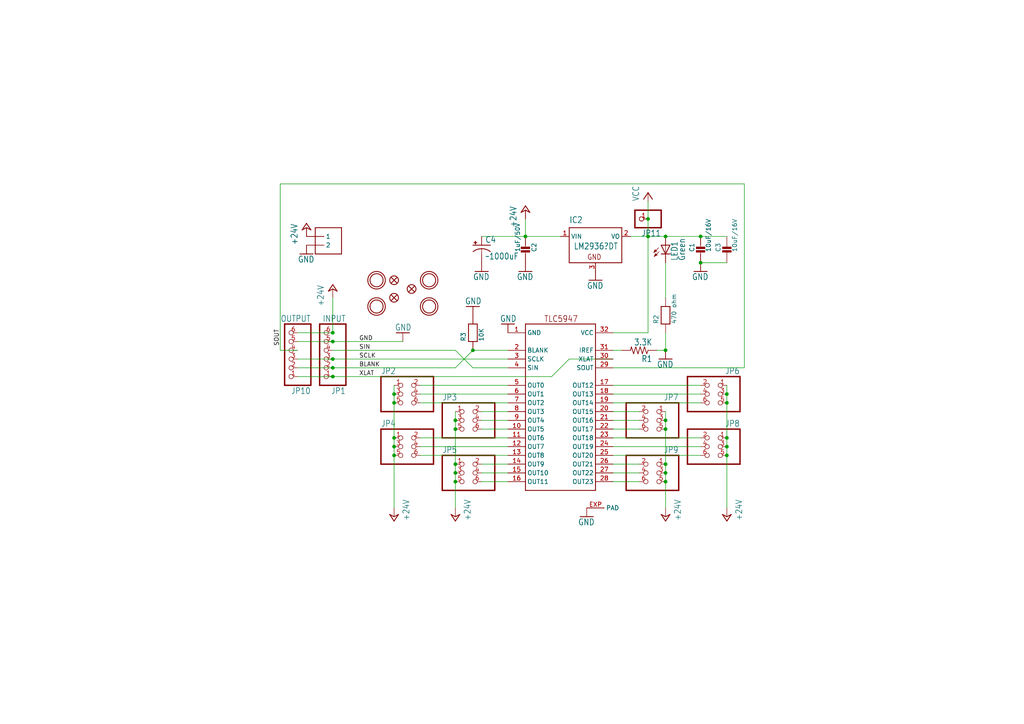
<source format=kicad_sch>
(kicad_sch (version 20230121) (generator eeschema)
  (paper "A4")
  (lib_symbols
    (symbol "working-eagle-import:+24V" (power)
      (property "Value" "+24V" (at -2.54 -5.08 90))
      (symbol "+24V_1_0"
        (polyline (pts (xy 0 0) (xy -1.27 -0.635)) (stroke (width 0.254)))
        (polyline (pts (xy 0 1.27) (xy -1.27 -0.635)) (stroke (width 0.254)))
        (polyline (pts (xy 1.27 -0.635) (xy 0 0)) (stroke (width 0.254)))
        (polyline (pts (xy 1.27 -0.635) (xy 0 1.27)) (stroke (width 0.254)))
        (pin power_in line (at 0 -2.54 90) (length 2.54) (name "+24V") (number "1"))
      )
    )
    (symbol "working-eagle-import:1X2-3.5MM"
      (symbol "1X2-3.5MM_1_0"
        (polyline (pts (xy -2.54 -2.54) (xy 5.08 -2.54)) (stroke (width 0.254)))
        (polyline (pts (xy -2.54 5.08) (xy -2.54 -2.54)) (stroke (width 0.254)))
        (polyline (pts (xy 5.08 -2.54) (xy 5.08 5.08)) (stroke (width 0.254)))
        (polyline (pts (xy 5.08 5.08) (xy -2.54 5.08)) (stroke (width 0.254)))
        (pin passive line (at -5.08 2.54 0) (length 5.08) (name "1") (number "1"))
        (pin passive line (at -5.08 0 0) (length 5.08) (name "2") (number "2"))
      )
    )
    (symbol "working-eagle-import:CAP_CERAMIC0805"
      (property "Reference" "C" (at -1.79 0.54 90))
      (symbol "CAP_CERAMIC0805_1_0"
        (rectangle (start -1.27 0.508) (end 1.27 1.016) (fill (type outline)))
        (rectangle (start -1.27 1.524) (end 1.27 2.032) (fill (type outline)))
        (polyline (pts (xy 0 0.762) (xy 0 0)) (stroke (width 0.1524)))
        (polyline (pts (xy 0 2.54) (xy 0 1.778)) (stroke (width 0.1524)))
        (pin passive line (at 0 5.08 270) (length 2.54) (name "P$1") (number "1"))
        (pin passive line (at 0 -2.54 90) (length 2.54) (name "P$2") (number "2"))
      )
    )
    (symbol "working-eagle-import:CPOL-USE3.5-8"
      (property "Reference" "C" (at 1.016 0.635 0))
      (symbol "CPOL-USE3.5-8_1_0"
        (rectangle (start -2.253 0.668) (end -1.364 0.795) (fill (type outline)))
        (rectangle (start -1.872 0.287) (end -1.745 1.176) (fill (type outline)))
        (arc (start 0 -1.0161) (mid -1.3021 -1.2303) (end -2.4669 -1.8504) (stroke (width 0.254)))
        (polyline (pts (xy -2.54 0) (xy 2.54 0)) (stroke (width 0.254)))
        (polyline (pts (xy 0 -1.016) (xy 0 -2.54)) (stroke (width 0.1524)))
        (arc (start 2.4892 -1.8541) (mid 1.3158 -1.2194) (end 0 -1) (stroke (width 0.254)))
        (pin passive line (at 0 2.54 270) (length 2.54) (name "+") (number "+"))
        (pin passive line (at 0 -5.08 90) (length 2.54) (name "-") (number "-"))
      )
    )
    (symbol "working-eagle-import:FIDUCIAL{dblquote}{dblquote}"
      (symbol "FIDUCIAL{dblquote}{dblquote}_1_0"
        (polyline (pts (xy -0.762 0.762) (xy 0.762 -0.762)) (stroke (width 0.254)))
        (polyline (pts (xy 0.762 0.762) (xy -0.762 -0.762)) (stroke (width 0.254)))
        (circle (center 0 0) (radius 1.27) (stroke (width 0.254)))
      )
    )
    (symbol "working-eagle-import:FLIPFLOP-RES"
      (property "Reference" "R" (at -3.81 1.4986 0))
      (symbol "FLIPFLOP-RES_1_0"
        (polyline (pts (xy -2.54 0) (xy -2.159 1.016)) (stroke (width 0.2032)))
        (polyline (pts (xy -2.159 1.016) (xy -1.524 -1.016)) (stroke (width 0.2032)))
        (polyline (pts (xy -1.524 -1.016) (xy -0.889 1.016)) (stroke (width 0.2032)))
        (polyline (pts (xy -0.889 1.016) (xy -0.254 -1.016)) (stroke (width 0.2032)))
        (polyline (pts (xy -0.254 -1.016) (xy 0.381 1.016)) (stroke (width 0.2032)))
        (polyline (pts (xy 0.381 1.016) (xy 1.016 -1.016)) (stroke (width 0.2032)))
        (polyline (pts (xy 1.016 -1.016) (xy 1.651 1.016)) (stroke (width 0.2032)))
        (polyline (pts (xy 1.651 1.016) (xy 2.286 -1.016)) (stroke (width 0.2032)))
        (polyline (pts (xy 2.286 -1.016) (xy 2.54 0)) (stroke (width 0.2032)))
        (pin passive line (at -5.08 0 0) (length 2.54) (name "1") (number "1"))
        (pin passive line (at 5.08 0 180) (length 2.54) (name "2") (number "2"))
      )
    )
    (symbol "working-eagle-import:GND" (power)
      (property "Value" "GND" (at -2.54 -2.54 0))
      (symbol "GND_1_0"
        (polyline (pts (xy -1.905 0) (xy 1.905 0)) (stroke (width 0.254)))
        (pin power_in line (at 0 2.54 270) (length 2.54) (name "GND") (number "1"))
      )
    )
    (symbol "working-eagle-import:HEADER-2X3"
      (property "Reference" "JP" (at -8.89 5.715 0))
      (symbol "HEADER-2X3_1_0"
        (polyline (pts (xy -8.89 -5.08) (xy 6.35 -5.08)) (stroke (width 0.4064)))
        (polyline (pts (xy -8.89 5.08) (xy -8.89 -5.08)) (stroke (width 0.4064)))
        (polyline (pts (xy 6.35 -5.08) (xy 6.35 5.08)) (stroke (width 0.4064)))
        (polyline (pts (xy 6.35 5.08) (xy -8.89 5.08)) (stroke (width 0.4064)))
        (pin passive inverted (at -5.08 2.54 0) (length 2.54) (name "1") (number "1"))
        (pin passive inverted (at 2.54 2.54 180) (length 2.54) (name "2") (number "2"))
        (pin passive inverted (at -5.08 0 0) (length 2.54) (name "3") (number "3"))
        (pin passive inverted (at 2.54 0 180) (length 2.54) (name "4") (number "4"))
        (pin passive inverted (at -5.08 -2.54 0) (length 2.54) (name "5") (number "5"))
        (pin passive inverted (at 2.54 -2.54 180) (length 2.54) (name "6") (number "6"))
      )
    )
    (symbol "working-eagle-import:LEDCHIP-LED0805"
      (property "Reference" "LED" (at 3.556 -4.572 90))
      (symbol "LEDCHIP-LED0805_1_0"
        (polyline (pts (xy -2.032 -0.762) (xy -3.429 -2.159)) (stroke (width 0.1524)))
        (polyline (pts (xy -1.905 -1.905) (xy -3.302 -3.302)) (stroke (width 0.1524)))
        (polyline (pts (xy 0 -2.54) (xy -1.27 -2.54)) (stroke (width 0.254)))
        (polyline (pts (xy 0 -2.54) (xy -1.27 0)) (stroke (width 0.254)))
        (polyline (pts (xy 0 0) (xy -1.27 0)) (stroke (width 0.254)))
        (polyline (pts (xy 0 0) (xy 0 -2.54)) (stroke (width 0.1524)))
        (polyline (pts (xy 1.27 -2.54) (xy 0 -2.54)) (stroke (width 0.254)))
        (polyline (pts (xy 1.27 0) (xy 0 -2.54)) (stroke (width 0.254)))
        (polyline (pts (xy 1.27 0) (xy 0 0)) (stroke (width 0.254)))
        (polyline (pts (xy -3.429 -2.159) (xy -3.048 -1.27) (xy -2.54 -1.778)) (stroke (width 0.1524)) (fill (type outline)))
        (polyline (pts (xy -3.302 -3.302) (xy -2.921 -2.413) (xy -2.413 -2.921)) (stroke (width 0.1524)) (fill (type outline)))
        (pin passive line (at 0 2.54 270) (length 2.54) (name "A") (number "A"))
        (pin passive line (at 0 -5.08 90) (length 2.54) (name "C") (number "C"))
      )
    )
    (symbol "working-eagle-import:LM2936?DT"
      (property "Reference" "IC" (at -7.62 6.35 0))
      (symbol "LM2936?DT_1_0"
        (polyline (pts (xy -7.62 -5.08) (xy -7.62 5.08)) (stroke (width 0.254)))
        (polyline (pts (xy -7.62 5.08) (xy 7.62 5.08)) (stroke (width 0.254)))
        (polyline (pts (xy 7.62 -5.08) (xy -7.62 -5.08)) (stroke (width 0.254)))
        (polyline (pts (xy 7.62 5.08) (xy 7.62 -5.08)) (stroke (width 0.254)))
        (text "GND" (at -2.413 -4.318 0) (effects (font (size 1.524 1.2954)) (justify left bottom)))
        (pin input line (at -10.16 2.54 0) (length 2.54) (name "VIN") (number "1"))
        (pin passive line (at 10.16 2.54 180) (length 2.54) (name "VO") (number "2"))
        (pin passive line (at 0 -7.62 90) (length 2.54) (name "GND") (number "3"))
      )
    )
    (symbol "working-eagle-import:MOUNTINGHOLE2.5"
      (symbol "MOUNTINGHOLE2.5_1_0"
        (circle (center 0 0) (radius 1.905) (stroke (width 0.254)))
        (circle (center 0 0) (radius 2.54) (stroke (width 0.254)))
      )
    )
    (symbol "working-eagle-import:PINHD-1X1CB"
      (property "Reference" "JP" (at -6.35 3.175 0))
      (symbol "PINHD-1X1CB_1_0"
        (polyline (pts (xy -6.35 -2.54) (xy 1.27 -2.54)) (stroke (width 0.4064)))
        (polyline (pts (xy -6.35 2.54) (xy -6.35 -2.54)) (stroke (width 0.4064)))
        (polyline (pts (xy 1.27 -2.54) (xy 1.27 2.54)) (stroke (width 0.4064)))
        (polyline (pts (xy 1.27 2.54) (xy -6.35 2.54)) (stroke (width 0.4064)))
        (pin passive inverted (at -2.54 0 0) (length 2.54) (name "1") (number "1"))
      )
    )
    (symbol "working-eagle-import:PINHD-1X6CB"
      (property "Reference" "JP" (at -6.35 10.795 0))
      (symbol "PINHD-1X6CB_1_0"
        (polyline (pts (xy -6.35 -7.62) (xy 1.27 -7.62)) (stroke (width 0.4064)))
        (polyline (pts (xy -6.35 10.16) (xy -6.35 -7.62)) (stroke (width 0.4064)))
        (polyline (pts (xy 1.27 -7.62) (xy 1.27 10.16)) (stroke (width 0.4064)))
        (polyline (pts (xy 1.27 10.16) (xy -6.35 10.16)) (stroke (width 0.4064)))
        (pin passive inverted (at -2.54 7.62 0) (length 2.54) (name "1") (number "1"))
        (pin passive inverted (at -2.54 5.08 0) (length 2.54) (name "2") (number "2"))
        (pin passive inverted (at -2.54 2.54 0) (length 2.54) (name "3") (number "3"))
        (pin passive inverted (at -2.54 0 0) (length 2.54) (name "4") (number "4"))
        (pin passive inverted (at -2.54 -2.54 0) (length 2.54) (name "5") (number "5"))
        (pin passive inverted (at -2.54 -5.08 0) (length 2.54) (name "6") (number "6"))
      )
    )
    (symbol "working-eagle-import:RESISTOR0805"
      (property "Reference" "R" (at -2.54 2.032 0))
      (symbol "RESISTOR0805_1_0"
        (polyline (pts (xy -2.54 -1.27) (xy -2.54 1.27)) (stroke (width 0.254)))
        (polyline (pts (xy -2.54 1.27) (xy 2.54 1.27)) (stroke (width 0.254)))
        (polyline (pts (xy 2.54 -1.27) (xy -2.54 -1.27)) (stroke (width 0.254)))
        (polyline (pts (xy 2.54 1.27) (xy 2.54 -1.27)) (stroke (width 0.254)))
        (pin passive line (at -5.08 0 0) (length 2.54) (name "1") (number "1"))
        (pin passive line (at 5.08 0 180) (length 2.54) (name "2") (number "2"))
      )
    )
    (symbol "working-eagle-import:TLC5947-DAP"
      (symbol "TLC5947-DAP_1_0"
        (polyline (pts (xy -10.16 -25.4) (xy -10.16 22.86)) (stroke (width 0.254)))
        (polyline (pts (xy -10.16 22.86) (xy 10.16 22.86)) (stroke (width 0.254)))
        (polyline (pts (xy 10.16 -25.4) (xy -10.16 -25.4)) (stroke (width 0.254)))
        (polyline (pts (xy 10.16 22.86) (xy 10.16 -25.4)) (stroke (width 0.254)))
        (text "TLC5947" (at 5.08 25.4 0) (effects (font (size 1.778 1.5113)) (justify right top)))
        (pin power_in line (at -15.24 20.32 0) (length 5.08) (name "GND") (number "1"))
        (pin open_collector line (at -15.24 -7.62 0) (length 5.08) (name "OUT5") (number "10"))
        (pin open_collector line (at -15.24 -10.16 0) (length 5.08) (name "OUT6") (number "11"))
        (pin open_collector line (at -15.24 -12.7 0) (length 5.08) (name "OUT7") (number "12"))
        (pin open_collector line (at -15.24 -15.24 0) (length 5.08) (name "OUT8") (number "13"))
        (pin open_collector line (at -15.24 -17.78 0) (length 5.08) (name "OUT9") (number "14"))
        (pin open_collector line (at -15.24 -20.32 0) (length 5.08) (name "OUT10") (number "15"))
        (pin open_collector line (at -15.24 -22.86 0) (length 5.08) (name "OUT11") (number "16"))
        (pin open_collector line (at 15.24 5.08 180) (length 5.08) (name "OUT12") (number "17"))
        (pin open_collector line (at 15.24 2.54 180) (length 5.08) (name "OUT13") (number "18"))
        (pin open_collector line (at 15.24 0 180) (length 5.08) (name "OUT14") (number "19"))
        (pin input line (at -15.24 15.24 0) (length 5.08) (name "BLANK") (number "2"))
        (pin open_collector line (at 15.24 -2.54 180) (length 5.08) (name "OUT15") (number "20"))
        (pin open_collector line (at 15.24 -5.08 180) (length 5.08) (name "OUT16") (number "21"))
        (pin open_collector line (at 15.24 -7.62 180) (length 5.08) (name "OUT17") (number "22"))
        (pin open_collector line (at 15.24 -10.16 180) (length 5.08) (name "OUT18") (number "23"))
        (pin open_collector line (at 15.24 -12.7 180) (length 5.08) (name "OUT19") (number "24"))
        (pin open_collector line (at 15.24 -15.24 180) (length 5.08) (name "OUT20") (number "25"))
        (pin open_collector line (at 15.24 -17.78 180) (length 5.08) (name "OUT21") (number "26"))
        (pin open_collector line (at 15.24 -20.32 180) (length 5.08) (name "OUT22") (number "27"))
        (pin open_collector line (at 15.24 -22.86 180) (length 5.08) (name "OUT23") (number "28"))
        (pin output line (at 15.24 10.16 180) (length 5.08) (name "SOUT") (number "29"))
        (pin input line (at -15.24 12.7 0) (length 5.08) (name "SCLK") (number "3"))
        (pin input line (at 15.24 12.7 180) (length 5.08) (name "XLAT") (number "30"))
        (pin bidirectional line (at 15.24 15.24 180) (length 5.08) (name "IREF") (number "31"))
        (pin power_in line (at 15.24 20.32 180) (length 5.08) (name "VCC") (number "32"))
        (pin input line (at -15.24 10.16 0) (length 5.08) (name "SIN") (number "4"))
        (pin open_collector line (at -15.24 5.08 0) (length 5.08) (name "OUT0") (number "5"))
        (pin open_collector line (at -15.24 2.54 0) (length 5.08) (name "OUT1") (number "6"))
        (pin open_collector line (at -15.24 0 0) (length 5.08) (name "OUT2") (number "7"))
        (pin open_collector line (at -15.24 -2.54 0) (length 5.08) (name "OUT3") (number "8"))
        (pin open_collector line (at -15.24 -5.08 0) (length 5.08) (name "OUT4") (number "9"))
      )
      (symbol "TLC5947-DAP_2_0"
        (pin passive line (at -5.08 0 0) (length 5.08) (name "PAD") (number "EXP"))
      )
    )
    (symbol "working-eagle-import:VCC" (power)
      (property "Value" "VCC" (at -2.54 -2.54 90))
      (symbol "VCC_1_0"
        (polyline (pts (xy 0 0) (xy -1.27 -1.905)) (stroke (width 0.254)))
        (polyline (pts (xy 1.27 -1.905) (xy 0 0)) (stroke (width 0.254)))
        (pin power_in line (at 0 -2.54 90) (length 2.54) (name "VCC") (number "1"))
      )
    )
  )
  (junction (at 96.52 106.68))
  (junction (at 114.3 132.08))
  (junction (at 96.52 96.52))
  (junction (at 137.16 101.6))
  (junction (at 210.82 114.3))
  (junction (at 193.04 137.16))
  (junction (at 210.82 127))
  (junction (at 114.3 116.84))
  (junction (at 203.2 68.58))
  (junction (at 96.52 104.14))
  (junction (at 96.52 109.22))
  (junction (at 132.08 139.7))
  (junction (at 193.04 139.7))
  (junction (at 132.08 134.62))
  (junction (at 210.82 132.08))
  (junction (at 114.3 129.54))
  (junction (at 193.04 121.92))
  (junction (at 96.52 99.06))
  (junction (at 193.04 101.6))
  (junction (at 132.08 137.16))
  (junction (at 132.08 121.92))
  (junction (at 193.04 124.46))
  (junction (at 187.96 63.5))
  (junction (at 210.82 129.54))
  (junction (at 193.04 68.58))
  (junction (at 132.08 124.46))
  (junction (at 210.82 116.84))
  (junction (at 203.2 76.2))
  (junction (at 152.4 68.58))
  (junction (at 193.04 134.62))
  (junction (at 187.96 68.58))
  (junction (at 114.3 127))
  (junction (at 114.3 114.3))
  (wire (pts (xy 139.7 124.46) (xy 147.32 124.46)) (stroke (width 0.1524)))
  (wire (pts (xy 193.04 124.46) (xy 193.04 121.92)) (stroke (width 0.1524)))
  (wire (pts (xy 193.04 121.92) (xy 193.04 119.38)) (stroke (width 0.1524)))
  (wire (pts (xy 210.82 127) (xy 210.82 129.54)) (stroke (width 0.1524)))
  (wire (pts (xy 185.42 134.62) (xy 177.8 134.62)) (stroke (width 0.1524)))
  (wire (pts (xy 193.04 147.32) (xy 193.04 139.7)) (stroke (width 0.1524)))
  (wire (pts (xy 139.7 68.58) (xy 152.4 68.58)) (stroke (width 0.1524)))
  (wire (pts (xy 193.04 76.2) (xy 193.04 86.36)) (stroke (width 0.1524)))
  (wire (pts (xy 86.36 101.6) (xy 81.28 101.6)) (stroke (width 0.1524)))
  (wire (pts (xy 185.42 139.7) (xy 177.8 139.7)) (stroke (width 0.1524)))
  (wire (pts (xy 147.32 106.68) (xy 137.16 106.68)) (stroke (width 0.1524)))
  (wire (pts (xy 203.2 76.2) (xy 210.82 76.2)) (stroke (width 0.1524)))
  (wire (pts (xy 114.3 132.08) (xy 114.3 147.32)) (stroke (width 0.1524)))
  (wire (pts (xy 132.08 106.68) (xy 137.16 101.6)) (stroke (width 0.1524)))
  (wire (pts (xy 132.08 121.92) (xy 132.08 124.46)) (stroke (width 0.1524)))
  (wire (pts (xy 137.16 101.6) (xy 147.32 101.6)) (stroke (width 0.1524)))
  (wire (pts (xy 177.8 101.6) (xy 180.34 101.6)) (stroke (width 0.1524)))
  (wire (pts (xy 187.96 96.52) (xy 187.96 68.58)) (stroke (width 0.1524)))
  (wire (pts (xy 187.96 68.58) (xy 193.04 68.58)) (stroke (width 0.1524)))
  (wire (pts (xy 177.8 106.68) (xy 215.9 106.68)) (stroke (width 0.1524)))
  (wire (pts (xy 96.52 99.06) (xy 116.84 99.06)) (stroke (width 0.1524)))
  (wire (pts (xy 96.52 104.14) (xy 86.36 104.14)) (stroke (width 0.1524)))
  (wire (pts (xy 160.02 109.22) (xy 165.1 104.14)) (stroke (width 0.1524)))
  (wire (pts (xy 139.7 139.7) (xy 147.32 139.7)) (stroke (width 0.1524)))
  (wire (pts (xy 132.08 101.6) (xy 96.52 101.6)) (stroke (width 0.1524)))
  (wire (pts (xy 177.8 96.52) (xy 187.96 96.52)) (stroke (width 0.1524)))
  (wire (pts (xy 187.96 68.58) (xy 182.88 68.58)) (stroke (width 0.1524)))
  (wire (pts (xy 185.42 119.38) (xy 177.8 119.38)) (stroke (width 0.1524)))
  (wire (pts (xy 152.4 68.58) (xy 162.56 68.58)) (stroke (width 0.1524)))
  (wire (pts (xy 96.52 86.36) (xy 96.52 96.52)) (stroke (width 0.1524)))
  (wire (pts (xy 132.08 139.7) (xy 132.08 147.32)) (stroke (width 0.1524)))
  (wire (pts (xy 203.2 111.76) (xy 177.8 111.76)) (stroke (width 0.1524)))
  (wire (pts (xy 203.2 68.58) (xy 210.82 68.58)) (stroke (width 0.1524)))
  (wire (pts (xy 132.08 119.38) (xy 132.08 121.92)) (stroke (width 0.1524)))
  (wire (pts (xy 215.9 106.68) (xy 215.9 53.34)) (stroke (width 0.1524)))
  (wire (pts (xy 96.52 106.68) (xy 86.36 106.68)) (stroke (width 0.1524)))
  (wire (pts (xy 139.7 119.38) (xy 147.32 119.38)) (stroke (width 0.1524)))
  (wire (pts (xy 210.82 111.76) (xy 210.82 114.3)) (stroke (width 0.1524)))
  (wire (pts (xy 147.32 104.14) (xy 96.52 104.14)) (stroke (width 0.1524)))
  (wire (pts (xy 203.2 114.3) (xy 177.8 114.3)) (stroke (width 0.1524)))
  (wire (pts (xy 114.3 116.84) (xy 114.3 127)) (stroke (width 0.1524)))
  (wire (pts (xy 114.3 111.76) (xy 114.3 114.3)) (stroke (width 0.1524)))
  (wire (pts (xy 203.2 132.08) (xy 177.8 132.08)) (stroke (width 0.1524)))
  (wire (pts (xy 193.04 101.6) (xy 190.5 101.6)) (stroke (width 0.1524)))
  (wire (pts (xy 86.36 99.06) (xy 96.52 99.06)) (stroke (width 0.1524)))
  (wire (pts (xy 121.92 129.54) (xy 147.32 129.54)) (stroke (width 0.1524)))
  (wire (pts (xy 132.08 137.16) (xy 132.08 139.7)) (stroke (width 0.1524)))
  (wire (pts (xy 193.04 68.58) (xy 203.2 68.58)) (stroke (width 0.1524)))
  (wire (pts (xy 137.16 106.68) (xy 132.08 101.6)) (stroke (width 0.1524)))
  (wire (pts (xy 152.4 63.5) (xy 152.4 68.58)) (stroke (width 0.1524)))
  (wire (pts (xy 139.7 137.16) (xy 147.32 137.16)) (stroke (width 0.1524)))
  (wire (pts (xy 121.92 127) (xy 147.32 127)) (stroke (width 0.1524)))
  (wire (pts (xy 193.04 137.16) (xy 193.04 134.62)) (stroke (width 0.1524)))
  (wire (pts (xy 121.92 116.84) (xy 147.32 116.84)) (stroke (width 0.1524)))
  (wire (pts (xy 121.92 114.3) (xy 147.32 114.3)) (stroke (width 0.1524)))
  (wire (pts (xy 210.82 116.84) (xy 210.82 127)) (stroke (width 0.1524)))
  (wire (pts (xy 210.82 129.54) (xy 210.82 132.08)) (stroke (width 0.1524)))
  (wire (pts (xy 132.08 134.62) (xy 132.08 137.16)) (stroke (width 0.1524)))
  (wire (pts (xy 114.3 114.3) (xy 114.3 116.84)) (stroke (width 0.1524)))
  (wire (pts (xy 185.42 124.46) (xy 177.8 124.46)) (stroke (width 0.1524)))
  (wire (pts (xy 210.82 132.08) (xy 210.82 147.32)) (stroke (width 0.1524)))
  (wire (pts (xy 187.96 58.42) (xy 187.96 63.5)) (stroke (width 0.1524)))
  (wire (pts (xy 185.42 121.92) (xy 177.8 121.92)) (stroke (width 0.1524)))
  (wire (pts (xy 165.1 104.14) (xy 177.8 104.14)) (stroke (width 0.1524)))
  (wire (pts (xy 132.08 124.46) (xy 132.08 134.62)) (stroke (width 0.1524)))
  (wire (pts (xy 193.04 96.52) (xy 193.04 101.6)) (stroke (width 0.1524)))
  (wire (pts (xy 187.96 63.5) (xy 187.96 68.58)) (stroke (width 0.1524)))
  (wire (pts (xy 114.3 127) (xy 114.3 129.54)) (stroke (width 0.1524)))
  (wire (pts (xy 121.92 132.08) (xy 147.32 132.08)) (stroke (width 0.1524)))
  (wire (pts (xy 139.7 134.62) (xy 147.32 134.62)) (stroke (width 0.1524)))
  (wire (pts (xy 203.2 127) (xy 177.8 127)) (stroke (width 0.1524)))
  (wire (pts (xy 114.3 129.54) (xy 114.3 132.08)) (stroke (width 0.1524)))
  (wire (pts (xy 210.82 114.3) (xy 210.82 116.84)) (stroke (width 0.1524)))
  (wire (pts (xy 203.2 116.84) (xy 177.8 116.84)) (stroke (width 0.1524)))
  (wire (pts (xy 86.36 109.22) (xy 96.52 109.22)) (stroke (width 0.1524)))
  (wire (pts (xy 185.42 137.16) (xy 177.8 137.16)) (stroke (width 0.1524)))
  (wire (pts (xy 121.92 111.76) (xy 147.32 111.76)) (stroke (width 0.1524)))
  (wire (pts (xy 193.04 134.62) (xy 193.04 124.46)) (stroke (width 0.1524)))
  (wire (pts (xy 193.04 139.7) (xy 193.04 137.16)) (stroke (width 0.1524)))
  (wire (pts (xy 81.28 53.34) (xy 81.28 101.6)) (stroke (width 0.1524)))
  (wire (pts (xy 96.52 106.68) (xy 132.08 106.68)) (stroke (width 0.1524)))
  (wire (pts (xy 139.7 121.92) (xy 147.32 121.92)) (stroke (width 0.1524)))
  (wire (pts (xy 86.36 96.52) (xy 96.52 96.52)) (stroke (width 0.1524)))
  (wire (pts (xy 215.9 53.34) (xy 81.28 53.34)) (stroke (width 0.1524)))
  (wire (pts (xy 96.52 109.22) (xy 160.02 109.22)) (stroke (width 0.1524)))
  (wire (pts (xy 203.2 129.54) (xy 177.8 129.54)) (stroke (width 0.1524)))
  (label "GND" (at 104.14 99.06 0) (effects (font (size 1.2446 1.2446))))
  (label "XLAT" (at 104.14 109.22 0) (effects (font (size 1.2446 1.2446))))
  (label "SOUT" (at 81.28 100.33 90) (effects (font (size 1.2446 1.2446))))
  (label "SIN" (at 104.14 101.6 0) (effects (font (size 1.2446 1.2446))))
  (label "BLANK" (at 104.14 106.68 0) (effects (font (size 1.2446 1.2446))))
  (label "SCLK" (at 104.14 104.14 0) (effects (font (size 1.2446 1.2446))))
  (symbol (lib_id "working-eagle-import:HEADER-2X3") (at 137.16 137.16 0) (unit 1)
    (property "Reference" "JP5" (at 128.27 131.445 0) (effects (font (size 1.778 1.5113)) (justify left bottom)))
    (property "Value" "HEADER-2X3" (effects hide))
    (property "Footprint" "working:2X03_ROUND_70MIL" (effects hide))
  )
  (symbol (lib_id "working-eagle-import:MOUNTINGHOLE2.5") (at 109.22 81.28 0) (unit 1)
    (property "Reference" "U$1" (effects hide))
    (property "Value" "MOUNTINGHOLE2.5" (effects hide))
    (property "Footprint" "working:MOUNTINGHOLE_2.5_PLATED" (effects hide))
  )
  (symbol (lib_id "working-eagle-import:TLC5947-DAP") (at 162.56 116.84 0) (unit 1)
    (property "Reference" "IC1" (effects hide))
    (property "Value" "TLC5947-DAP" (effects hide))
    (property "Footprint" "working:HTSSOP32DAP" (effects hide))
  )
  (symbol (lib_id "working-eagle-import:MOUNTINGHOLE2.5") (at 124.46 81.28 0) (unit 1)
    (property "Reference" "U$2" (effects hide))
    (property "Value" "MOUNTINGHOLE2.5" (effects hide))
    (property "Footprint" "working:MOUNTINGHOLE_2.5_PLATED" (effects hide))
  )
  (symbol (lib_id "working-eagle-import:+24V") (at 114.3 149.86 180) (unit 1)
    (property "Reference" "#P+4" (effects hide))
    (property "Value" "+24V" (at 116.84 144.78 90) (effects (font (size 1.778 1.5113)) (justify left bottom)))
  )
  (symbol (lib_id "working-eagle-import:HEADER-2X3") (at 187.96 137.16 0) (mirror y) (unit 1)
    (property "Reference" "JP9" (at 196.85 131.445 0) (effects (font (size 1.778 1.5113)) (justify left bottom)))
    (property "Value" "HEADER-2X3" (effects hide))
    (property "Footprint" "working:2X03_ROUND_70MIL" (effects hide))
  )
  (symbol (lib_id "working-eagle-import:HEADER-2X3") (at 205.74 129.54 0) (mirror y) (unit 1)
    (property "Reference" "JP8" (at 214.63 123.825 0) (effects (font (size 1.778 1.5113)) (justify left bottom)))
    (property "Value" "HEADER-2X3" (effects hide))
    (property "Footprint" "working:2X03_ROUND_70MIL" (effects hide))
  )
  (symbol (lib_id "working-eagle-import:+24V") (at 88.9 66.04 0) (unit 1)
    (property "Reference" "#P+8" (effects hide))
    (property "Value" "+24V" (at 86.36 71.12 90) (effects (font (size 1.778 1.5113)) (justify left bottom)))
  )
  (symbol (lib_id "working-eagle-import:+24V") (at 132.08 149.86 180) (unit 1)
    (property "Reference" "#P+3" (effects hide))
    (property "Value" "+24V" (at 134.62 144.78 90) (effects (font (size 1.778 1.5113)) (justify left bottom)))
  )
  (symbol (lib_id "working-eagle-import:+24V") (at 193.04 149.86 180) (unit 1)
    (property "Reference" "#P+2" (effects hide))
    (property "Value" "+24V" (at 195.58 144.78 90) (effects (font (size 1.778 1.5113)) (justify left bottom)))
  )
  (symbol (lib_id "working-eagle-import:GND") (at 137.16 88.9 180) (unit 1)
    (property "Reference" "#GND8" (effects hide))
    (property "Value" "GND" (at 139.7 86.36 0) (effects (font (size 1.778 1.5113)) (justify left bottom)))
  )
  (symbol (lib_id "working-eagle-import:PINHD-1X6CB") (at 83.82 101.6 180) (unit 1)
    (property "Reference" "JP10" (at 90.17 112.395 0) (effects (font (size 1.778 1.5113)) (justify left bottom)))
    (property "Value" "OUTPUT" (at 90.17 91.44 0) (effects (font (size 1.778 1.5113)) (justify left bottom)))
    (property "Footprint" "working:1X06-CLEANBIG" (effects hide))
  )
  (symbol (lib_id "working-eagle-import:LM2936?DT") (at 172.72 71.12 0) (unit 1)
    (property "Reference" "IC2" (at 165.1 64.77 0) (effects (font (size 1.778 1.5113)) (justify left bottom)))
    (property "Value" "LM2936?DT" (at 166.37 72.39 0) (effects (font (size 1.778 1.5113)) (justify left bottom)))
    (property "Footprint" "working:TO252" (effects hide))
  )
  (symbol (lib_id "working-eagle-import:+24V") (at 96.52 83.82 0) (unit 1)
    (property "Reference" "#P+6" (effects hide))
    (property "Value" "+24V" (at 93.98 88.9 90) (effects (font (size 1.778 1.5113)) (justify left bottom)))
  )
  (symbol (lib_id "working-eagle-import:PINHD-1X1CB") (at 185.42 63.5 180) (unit 1)
    (property "Reference" "JP11" (at 191.77 66.675 0) (effects (font (size 1.778 1.5113)) (justify left bottom)))
    (property "Value" "PINHD-1X1CB" (effects hide))
    (property "Footprint" "working:1X01-CLEANBIG" (effects hide))
  )
  (symbol (lib_id "working-eagle-import:HEADER-2X3") (at 119.38 129.54 0) (unit 1)
    (property "Reference" "JP4" (at 110.49 123.825 0) (effects (font (size 1.778 1.5113)) (justify left bottom)))
    (property "Value" "HEADER-2X3" (effects hide))
    (property "Footprint" "working:2X03_ROUND_70MIL" (effects hide))
  )
  (symbol (lib_id "working-eagle-import:GND") (at 170.18 149.86 0) (unit 1)
    (property "Reference" "#GND7" (effects hide))
    (property "Value" "GND" (at 167.64 152.4 0) (effects (font (size 1.778 1.5113)) (justify left bottom)))
  )
  (symbol (lib_id "working-eagle-import:GND") (at 139.7 78.74 0) (unit 1)
    (property "Reference" "#GND6" (effects hide))
    (property "Value" "GND" (at 137.16 81.28 0) (effects (font (size 1.778 1.5113)) (justify left bottom)))
  )
  (symbol (lib_id "working-eagle-import:FIDUCIAL{dblquote}{dblquote}") (at 114.3 86.36 0) (unit 1)
    (property "Reference" "FID2" (effects hide))
    (property "Value" "FIDUCIAL{dblquote}{dblquote}" (effects hide))
    (property "Footprint" "working:FIDUCIAL_1MM" (effects hide))
  )
  (symbol (lib_id "working-eagle-import:1X2-3.5MM") (at 93.98 71.12 0) (unit 1)
    (property "Reference" "J1" (effects hide))
    (property "Value" "1X2-3.5MM" (effects hide))
    (property "Footprint" "working:1X2-3.5MM" (effects hide))
  )
  (symbol (lib_id "working-eagle-import:GND") (at 88.9 73.66 0) (unit 1)
    (property "Reference" "#GND9" (effects hide))
    (property "Value" "GND" (at 86.36 76.2 0) (effects (font (size 1.778 1.5113)) (justify left bottom)))
  )
  (symbol (lib_id "working-eagle-import:GND") (at 193.04 104.14 0) (unit 1)
    (property "Reference" "#GND1" (effects hide))
    (property "Value" "GND" (at 190.5 106.68 0) (effects (font (size 1.778 1.5113)) (justify left bottom)))
  )
  (symbol (lib_id "working-eagle-import:HEADER-2X3") (at 205.74 114.3 0) (mirror y) (unit 1)
    (property "Reference" "JP6" (at 214.63 108.585 0) (effects (font (size 1.778 1.5113)) (justify left bottom)))
    (property "Value" "HEADER-2X3" (effects hide))
    (property "Footprint" "working:2X03_ROUND_70MIL" (effects hide))
  )
  (symbol (lib_id "working-eagle-import:CAP_CERAMIC0805") (at 203.2 73.66 0) (unit 1)
    (property "Reference" "C1" (at 201.41 73.12 90) (effects (justify left bottom)))
    (property "Value" "10uF/16V" (at 206.2 73.12 90) (effects (justify left bottom)))
    (property "Footprint" "working:0805" (effects hide))
  )
  (symbol (lib_id "working-eagle-import:GND") (at 152.4 78.74 0) (unit 1)
    (property "Reference" "#GND4" (effects hide))
    (property "Value" "GND" (at 149.86 81.28 0) (effects (font (size 1.778 1.5113)) (justify left bottom)))
  )
  (symbol (lib_id "working-eagle-import:+24V") (at 210.82 149.86 180) (unit 1)
    (property "Reference" "#P+5" (effects hide))
    (property "Value" "+24V" (at 213.36 144.78 90) (effects (font (size 1.778 1.5113)) (justify left bottom)))
  )
  (symbol (lib_id "working-eagle-import:MOUNTINGHOLE2.5") (at 109.22 88.9 0) (unit 1)
    (property "Reference" "U$3" (effects hide))
    (property "Value" "MOUNTINGHOLE2.5" (effects hide))
    (property "Footprint" "working:MOUNTINGHOLE_2.5_PLATED" (effects hide))
  )
  (symbol (lib_id "working-eagle-import:CAP_CERAMIC0805") (at 210.82 73.66 0) (unit 1)
    (property "Reference" "C3" (at 209.03 73.12 90) (effects (justify left bottom)))
    (property "Value" "10uF/16V" (at 213.82 73.12 90) (effects (justify left bottom)))
    (property "Footprint" "working:0805" (effects hide))
  )
  (symbol (lib_id "working-eagle-import:HEADER-2X3") (at 187.96 121.92 0) (mirror y) (unit 1)
    (property "Reference" "JP7" (at 196.85 116.205 0) (effects (font (size 1.778 1.5113)) (justify left bottom)))
    (property "Value" "HEADER-2X3" (effects hide))
    (property "Footprint" "working:2X03_ROUND_70MIL" (effects hide))
  )
  (symbol (lib_id "working-eagle-import:GND") (at 116.84 96.52 180) (unit 1)
    (property "Reference" "#GND10" (effects hide))
    (property "Value" "GND" (at 119.38 93.98 0) (effects (font (size 1.778 1.5113)) (justify left bottom)))
  )
  (symbol (lib_id "working-eagle-import:MOUNTINGHOLE2.5") (at 124.46 88.9 0) (unit 1)
    (property "Reference" "U$4" (effects hide))
    (property "Value" "MOUNTINGHOLE2.5" (effects hide))
    (property "Footprint" "working:MOUNTINGHOLE_2.5_PLATED" (effects hide))
  )
  (symbol (lib_id "working-eagle-import:FLIPFLOP-RES") (at 185.42 101.6 180) (unit 1)
    (property "Reference" "R1" (at 189.23 103.0986 0) (effects (font (size 1.778 1.5113)) (justify left bottom)))
    (property "Value" "3.3K" (at 189.23 98.298 0) (effects (font (size 1.778 1.5113)) (justify left bottom)))
    (property "Footprint" "working:0805-THM" (effects hide))
  )
  (symbol (lib_id "working-eagle-import:HEADER-2X3") (at 137.16 121.92 0) (unit 1)
    (property "Reference" "JP3" (at 128.27 116.205 0) (effects (font (size 1.778 1.5113)) (justify left bottom)))
    (property "Value" "HEADER-2X3" (effects hide))
    (property "Footprint" "working:2X03_ROUND_70MIL" (effects hide))
  )
  (symbol (lib_id "working-eagle-import:RESISTOR0805") (at 137.16 96.52 90) (unit 1)
    (property "Reference" "R3" (at 135.128 99.06 0) (effects (justify left bottom)))
    (property "Value" "10K" (at 140.335 99.06 0) (effects (justify left bottom)))
    (property "Footprint" "working:0805" (effects hide))
  )
  (symbol (lib_id "working-eagle-import:+24V") (at 152.4 60.96 0) (unit 1)
    (property "Reference" "#P+7" (effects hide))
    (property "Value" "+24V" (at 149.86 66.04 90) (effects (font (size 1.778 1.5113)) (justify left bottom)))
  )
  (symbol (lib_id "working-eagle-import:CPOL-USE3.5-8") (at 139.7 71.12 0) (unit 1)
    (property "Reference" "C4" (at 140.716 70.485 0) (effects (font (size 1.778 1.5113)) (justify left bottom)))
    (property "Value" "~1000uF" (at 140.716 75.311 0) (effects (font (size 1.778 1.5113)) (justify left bottom)))
    (property "Footprint" "working:E3,5-8" (effects hide))
  )
  (symbol (lib_id "working-eagle-import:TLC5947-DAP") (at 175.26 147.32 0) (unit 2)
    (property "Reference" "IC1" (effects hide))
    (property "Value" "TLC5947-DAP" (effects hide))
    (property "Footprint" "working:HTSSOP32DAP" (effects hide))
  )
  (symbol (lib_id "working-eagle-import:GND") (at 203.2 78.74 0) (unit 1)
    (property "Reference" "#GND5" (effects hide))
    (property "Value" "GND" (at 200.66 81.28 0) (effects (font (size 1.778 1.5113)) (justify left bottom)))
  )
  (symbol (lib_id "working-eagle-import:GND") (at 172.72 81.28 0) (unit 1)
    (property "Reference" "#GND3" (effects hide))
    (property "Value" "GND" (at 170.18 83.82 0) (effects (font (size 1.778 1.5113)) (justify left bottom)))
  )
  (symbol (lib_id "working-eagle-import:FIDUCIAL{dblquote}{dblquote}") (at 114.3 81.28 0) (unit 1)
    (property "Reference" "FID1" (effects hide))
    (property "Value" "FIDUCIAL{dblquote}{dblquote}" (effects hide))
    (property "Footprint" "working:FIDUCIAL_1MM" (effects hide))
  )
  (symbol (lib_id "working-eagle-import:CAP_CERAMIC0805") (at 152.4 73.66 0) (mirror y) (unit 1)
    (property "Reference" "C2" (at 154.19 73.12 90) (effects (justify left bottom)))
    (property "Value" "1uF/50V" (at 149.4 73.12 90) (effects (justify left bottom)))
    (property "Footprint" "working:0805" (effects hide))
  )
  (symbol (lib_id "working-eagle-import:VCC") (at 187.96 55.88 0) (unit 1)
    (property "Reference" "#P+1" (effects hide))
    (property "Value" "VCC" (at 185.42 58.42 90) (effects (font (size 1.778 1.5113)) (justify left bottom)))
  )
  (symbol (lib_id "working-eagle-import:HEADER-2X3") (at 119.38 114.3 0) (unit 1)
    (property "Reference" "JP2" (at 110.49 108.585 0) (effects (font (size 1.778 1.5113)) (justify left bottom)))
    (property "Value" "HEADER-2X3" (effects hide))
    (property "Footprint" "working:2X03_ROUND_70MIL" (effects hide))
  )
  (symbol (lib_id "working-eagle-import:GND") (at 147.32 93.98 180) (unit 1)
    (property "Reference" "#GND2" (effects hide))
    (property "Value" "GND" (at 149.86 91.44 0) (effects (font (size 1.778 1.5113)) (justify left bottom)))
  )
  (symbol (lib_id "working-eagle-import:RESISTOR0805") (at 193.04 91.44 90) (unit 1)
    (property "Reference" "R2" (at 191.008 93.98 0) (effects (justify left bottom)))
    (property "Value" "470 ohm" (at 196.215 93.98 0) (effects (justify left bottom)))
    (property "Footprint" "working:0805" (effects hide))
  )
  (symbol (lib_id "working-eagle-import:LEDCHIP-LED0805") (at 193.04 71.12 0) (unit 1)
    (property "Reference" "LED1" (at 196.596 75.692 90) (effects (font (size 1.778 1.5113)) (justify left bottom)))
    (property "Value" "Green" (at 198.755 75.692 90) (effects (font (size 1.778 1.5113)) (justify left bottom)))
    (property "Footprint" "working:CHIP-LED0805" (effects hide))
  )
  (symbol (lib_id "working-eagle-import:PINHD-1X6CB") (at 93.98 101.6 180) (unit 1)
    (property "Reference" "JP1" (at 100.33 112.395 0) (effects (font (size 1.778 1.5113)) (justify left bottom)))
    (property "Value" "INPUT" (at 100.33 91.44 0) (effects (font (size 1.778 1.5113)) (justify left bottom)))
    (property "Footprint" "working:1X06-CLEANBIG" (effects hide))
  )
  (symbol (lib_id "working-eagle-import:FIDUCIAL{dblquote}{dblquote}") (at 119.38 83.82 0) (unit 1)
    (property "Reference" "FID3" (effects hide))
    (property "Value" "FIDUCIAL{dblquote}{dblquote}" (effects hide))
    (property "Footprint" "working:FIDUCIAL_1MM" (effects hide))
  )
)
</source>
